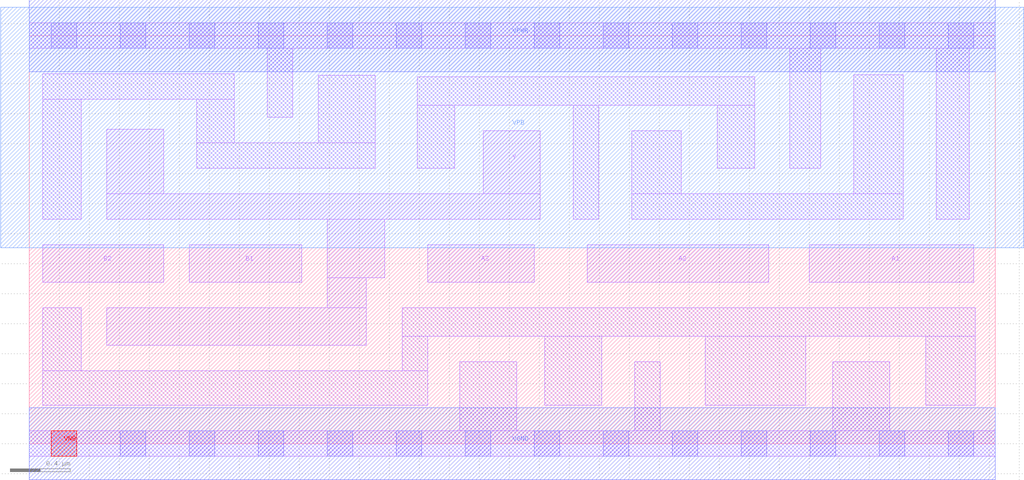
<source format=lef>
# Copyright 2020 The SkyWater PDK Authors
#
# Licensed under the Apache License, Version 2.0 (the "License");
# you may not use this file except in compliance with the License.
# You may obtain a copy of the License at
#
#     https://www.apache.org/licenses/LICENSE-2.0
#
# Unless required by applicable law or agreed to in writing, software
# distributed under the License is distributed on an "AS IS" BASIS,
# WITHOUT WARRANTIES OR CONDITIONS OF ANY KIND, either express or implied.
# See the License for the specific language governing permissions and
# limitations under the License.
#
# SPDX-License-Identifier: Apache-2.0

VERSION 5.7 ;
  NOWIREEXTENSIONATPIN ON ;
  DIVIDERCHAR "/" ;
  BUSBITCHARS "[]" ;
PROPERTYDEFINITIONS
  MACRO maskLayoutSubType STRING ;
  MACRO prCellType STRING ;
  MACRO originalViewName STRING ;
END PROPERTYDEFINITIONS
MACRO sky130_fd_sc_hdll__o32ai_2
  CLASS CORE ;
  FOREIGN sky130_fd_sc_hdll__o32ai_2 ;
  ORIGIN  0.000000  0.000000 ;
  SIZE  6.440000 BY  2.720000 ;
  SYMMETRY X Y R90 ;
  SITE unithd ;
  PIN A1
    ANTENNAGATEAREA  0.555000 ;
    DIRECTION INPUT ;
    USE SIGNAL ;
    PORT
      LAYER li1 ;
        RECT 5.200000 1.075000 6.295000 1.325000 ;
    END
  END A1
  PIN A2
    ANTENNAGATEAREA  0.555000 ;
    DIRECTION INPUT ;
    USE SIGNAL ;
    PORT
      LAYER li1 ;
        RECT 3.720000 1.075000 4.930000 1.325000 ;
    END
  END A2
  PIN A3
    ANTENNAGATEAREA  0.555000 ;
    DIRECTION INPUT ;
    USE SIGNAL ;
    PORT
      LAYER li1 ;
        RECT 2.655000 1.075000 3.365000 1.325000 ;
    END
  END A3
  PIN B1
    ANTENNAGATEAREA  0.555000 ;
    DIRECTION INPUT ;
    USE SIGNAL ;
    PORT
      LAYER li1 ;
        RECT 1.065000 1.075000 1.815000 1.325000 ;
    END
  END B1
  PIN B2
    ANTENNAGATEAREA  0.555000 ;
    DIRECTION INPUT ;
    USE SIGNAL ;
    PORT
      LAYER li1 ;
        RECT 0.090000 1.075000 0.895000 1.325000 ;
    END
  END B2
  PIN VGND
    ANTENNADIFFAREA  1.059500 ;
    DIRECTION INOUT ;
    USE SIGNAL ;
    PORT
      LAYER met1 ;
        RECT 0.000000 -0.240000 6.440000 0.240000 ;
    END
  END VGND
  PIN VNB
    PORT
      LAYER pwell ;
        RECT 0.145000 -0.085000 0.315000 0.085000 ;
    END
  END VNB
  PIN VPB
    PORT
      LAYER nwell ;
        RECT -0.190000 1.305000 6.630000 2.910000 ;
    END
  END VPB
  PIN VPWR
    ANTENNADIFFAREA  0.850000 ;
    DIRECTION INOUT ;
    USE SIGNAL ;
    PORT
      LAYER met1 ;
        RECT 0.000000 2.480000 6.440000 2.960000 ;
    END
  END VPWR
  PIN Y
    ANTENNADIFFAREA  1.061000 ;
    DIRECTION OUTPUT ;
    USE SIGNAL ;
    PORT
      LAYER li1 ;
        RECT 0.515000 0.655000 2.245000 0.905000 ;
        RECT 0.515000 1.495000 3.405000 1.665000 ;
        RECT 0.515000 1.665000 0.895000 2.095000 ;
        RECT 1.985000 0.905000 2.245000 1.105000 ;
        RECT 1.985000 1.105000 2.370000 1.495000 ;
        RECT 3.025000 1.665000 3.405000 2.085000 ;
    END
  END Y
  OBS
    LAYER li1 ;
      RECT 0.000000 -0.085000 6.440000 0.085000 ;
      RECT 0.000000  2.635000 6.440000 2.805000 ;
      RECT 0.090000  0.255000 2.655000 0.485000 ;
      RECT 0.090000  0.485000 0.345000 0.905000 ;
      RECT 0.090000  1.495000 0.345000 2.295000 ;
      RECT 0.090000  2.295000 1.365000 2.465000 ;
      RECT 1.115000  1.835000 2.305000 2.005000 ;
      RECT 1.115000  2.005000 1.365000 2.295000 ;
      RECT 1.585000  2.175000 1.755000 2.635000 ;
      RECT 1.925000  2.005000 2.305000 2.455000 ;
      RECT 2.485000  0.485000 2.655000 0.715000 ;
      RECT 2.485000  0.715000 6.305000 0.905000 ;
      RECT 2.585000  1.835000 2.835000 2.255000 ;
      RECT 2.585000  2.255000 4.835000 2.445000 ;
      RECT 2.870000  0.085000 3.250000 0.545000 ;
      RECT 3.435000  0.255000 3.815000 0.715000 ;
      RECT 3.625000  1.495000 3.795000 2.255000 ;
      RECT 4.015000  1.495000 5.825000 1.665000 ;
      RECT 4.015000  1.665000 4.345000 2.085000 ;
      RECT 4.035000  0.085000 4.205000 0.545000 ;
      RECT 4.505000  0.255000 5.175000 0.715000 ;
      RECT 4.585000  1.835000 4.835000 2.255000 ;
      RECT 5.070000  1.835000 5.275000 2.635000 ;
      RECT 5.355000  0.085000 5.735000 0.545000 ;
      RECT 5.495000  1.665000 5.825000 2.460000 ;
      RECT 5.975000  0.255000 6.305000 0.715000 ;
      RECT 6.045000  1.495000 6.265000 2.635000 ;
    LAYER mcon ;
      RECT 0.145000 -0.085000 0.315000 0.085000 ;
      RECT 0.145000  2.635000 0.315000 2.805000 ;
      RECT 0.605000 -0.085000 0.775000 0.085000 ;
      RECT 0.605000  2.635000 0.775000 2.805000 ;
      RECT 1.065000 -0.085000 1.235000 0.085000 ;
      RECT 1.065000  2.635000 1.235000 2.805000 ;
      RECT 1.525000 -0.085000 1.695000 0.085000 ;
      RECT 1.525000  2.635000 1.695000 2.805000 ;
      RECT 1.985000 -0.085000 2.155000 0.085000 ;
      RECT 1.985000  2.635000 2.155000 2.805000 ;
      RECT 2.445000 -0.085000 2.615000 0.085000 ;
      RECT 2.445000  2.635000 2.615000 2.805000 ;
      RECT 2.905000 -0.085000 3.075000 0.085000 ;
      RECT 2.905000  2.635000 3.075000 2.805000 ;
      RECT 3.365000 -0.085000 3.535000 0.085000 ;
      RECT 3.365000  2.635000 3.535000 2.805000 ;
      RECT 3.825000 -0.085000 3.995000 0.085000 ;
      RECT 3.825000  2.635000 3.995000 2.805000 ;
      RECT 4.285000 -0.085000 4.455000 0.085000 ;
      RECT 4.285000  2.635000 4.455000 2.805000 ;
      RECT 4.745000 -0.085000 4.915000 0.085000 ;
      RECT 4.745000  2.635000 4.915000 2.805000 ;
      RECT 5.205000 -0.085000 5.375000 0.085000 ;
      RECT 5.205000  2.635000 5.375000 2.805000 ;
      RECT 5.665000 -0.085000 5.835000 0.085000 ;
      RECT 5.665000  2.635000 5.835000 2.805000 ;
      RECT 6.125000 -0.085000 6.295000 0.085000 ;
      RECT 6.125000  2.635000 6.295000 2.805000 ;
  END
  PROPERTY maskLayoutSubType "abstract" ;
  PROPERTY prCellType "standard" ;
  PROPERTY originalViewName "layout" ;
END sky130_fd_sc_hdll__o32ai_2
END LIBRARY

</source>
